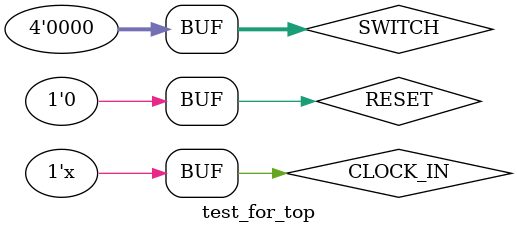
<source format=v>
`timescale 1ns / 1ps


module test_for_top;

	// Inputs
	reg CLOCK_IN;
	reg RESET;
	reg [3:0] SWITCH;

	// Outputs
	wire [3:0] LED;

	// Instantiate the Unit Under Test (UUT)
	Top uut (
		.CLOCK_IN(CLOCK_IN), 
		.RESET(RESET), 
		.SWITCH(SWITCH), 
		.LED(LED)
	);

	initial begin
		// Initialize Inputs
		CLOCK_IN = 0;
		RESET = 1;
		SWITCH = 0;

		// Wait 100 ns for global reset to finish
		#100;
      RESET=0;  
		// Add stimulus here

	end
always
    #20   CLOCK_IN=~CLOCK_IN;

endmodule


</source>
